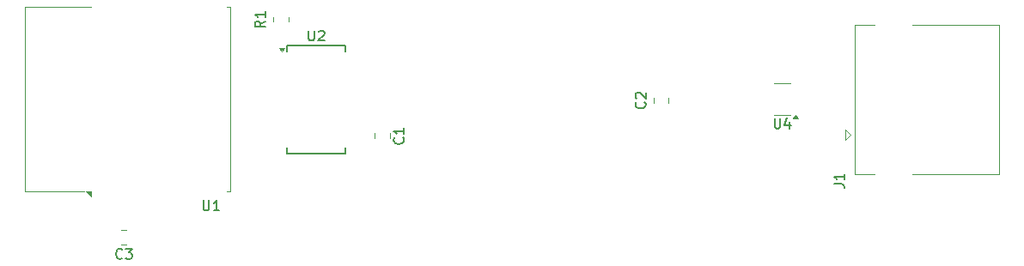
<source format=gto>
%TF.GenerationSoftware,KiCad,Pcbnew,9.0.4*%
%TF.CreationDate,2025-11-02T13:41:35-05:00*%
%TF.ProjectId,C3I_TETRIS,4333495f-5445-4545-9249-532e6b696361,rev?*%
%TF.SameCoordinates,Original*%
%TF.FileFunction,Legend,Top*%
%TF.FilePolarity,Positive*%
%FSLAX46Y46*%
G04 Gerber Fmt 4.6, Leading zero omitted, Abs format (unit mm)*
G04 Created by KiCad (PCBNEW 9.0.4) date 2025-11-02 13:41:35*
%MOMM*%
%LPD*%
G01*
G04 APERTURE LIST*
%ADD10C,0.150000*%
%ADD11C,0.120000*%
G04 APERTURE END LIST*
D10*
X185213095Y-96354819D02*
X185213095Y-97164342D01*
X185213095Y-97164342D02*
X185260714Y-97259580D01*
X185260714Y-97259580D02*
X185308333Y-97307200D01*
X185308333Y-97307200D02*
X185403571Y-97354819D01*
X185403571Y-97354819D02*
X185594047Y-97354819D01*
X185594047Y-97354819D02*
X185689285Y-97307200D01*
X185689285Y-97307200D02*
X185736904Y-97259580D01*
X185736904Y-97259580D02*
X185784523Y-97164342D01*
X185784523Y-97164342D02*
X185784523Y-96354819D01*
X186689285Y-96688152D02*
X186689285Y-97354819D01*
X186451190Y-96307200D02*
X186213095Y-97021485D01*
X186213095Y-97021485D02*
X186832142Y-97021485D01*
X148589580Y-98266666D02*
X148637200Y-98314285D01*
X148637200Y-98314285D02*
X148684819Y-98457142D01*
X148684819Y-98457142D02*
X148684819Y-98552380D01*
X148684819Y-98552380D02*
X148637200Y-98695237D01*
X148637200Y-98695237D02*
X148541961Y-98790475D01*
X148541961Y-98790475D02*
X148446723Y-98838094D01*
X148446723Y-98838094D02*
X148256247Y-98885713D01*
X148256247Y-98885713D02*
X148113390Y-98885713D01*
X148113390Y-98885713D02*
X147922914Y-98838094D01*
X147922914Y-98838094D02*
X147827676Y-98790475D01*
X147827676Y-98790475D02*
X147732438Y-98695237D01*
X147732438Y-98695237D02*
X147684819Y-98552380D01*
X147684819Y-98552380D02*
X147684819Y-98457142D01*
X147684819Y-98457142D02*
X147732438Y-98314285D01*
X147732438Y-98314285D02*
X147780057Y-98266666D01*
X148684819Y-97314285D02*
X148684819Y-97885713D01*
X148684819Y-97599999D02*
X147684819Y-97599999D01*
X147684819Y-97599999D02*
X147827676Y-97695237D01*
X147827676Y-97695237D02*
X147922914Y-97790475D01*
X147922914Y-97790475D02*
X147970533Y-97885713D01*
X139288095Y-87704819D02*
X139288095Y-88514342D01*
X139288095Y-88514342D02*
X139335714Y-88609580D01*
X139335714Y-88609580D02*
X139383333Y-88657200D01*
X139383333Y-88657200D02*
X139478571Y-88704819D01*
X139478571Y-88704819D02*
X139669047Y-88704819D01*
X139669047Y-88704819D02*
X139764285Y-88657200D01*
X139764285Y-88657200D02*
X139811904Y-88609580D01*
X139811904Y-88609580D02*
X139859523Y-88514342D01*
X139859523Y-88514342D02*
X139859523Y-87704819D01*
X140288095Y-87800057D02*
X140335714Y-87752438D01*
X140335714Y-87752438D02*
X140430952Y-87704819D01*
X140430952Y-87704819D02*
X140669047Y-87704819D01*
X140669047Y-87704819D02*
X140764285Y-87752438D01*
X140764285Y-87752438D02*
X140811904Y-87800057D01*
X140811904Y-87800057D02*
X140859523Y-87895295D01*
X140859523Y-87895295D02*
X140859523Y-87990533D01*
X140859523Y-87990533D02*
X140811904Y-88133390D01*
X140811904Y-88133390D02*
X140240476Y-88704819D01*
X140240476Y-88704819D02*
X140859523Y-88704819D01*
X120933333Y-110139580D02*
X120885714Y-110187200D01*
X120885714Y-110187200D02*
X120742857Y-110234819D01*
X120742857Y-110234819D02*
X120647619Y-110234819D01*
X120647619Y-110234819D02*
X120504762Y-110187200D01*
X120504762Y-110187200D02*
X120409524Y-110091961D01*
X120409524Y-110091961D02*
X120361905Y-109996723D01*
X120361905Y-109996723D02*
X120314286Y-109806247D01*
X120314286Y-109806247D02*
X120314286Y-109663390D01*
X120314286Y-109663390D02*
X120361905Y-109472914D01*
X120361905Y-109472914D02*
X120409524Y-109377676D01*
X120409524Y-109377676D02*
X120504762Y-109282438D01*
X120504762Y-109282438D02*
X120647619Y-109234819D01*
X120647619Y-109234819D02*
X120742857Y-109234819D01*
X120742857Y-109234819D02*
X120885714Y-109282438D01*
X120885714Y-109282438D02*
X120933333Y-109330057D01*
X121266667Y-109234819D02*
X121885714Y-109234819D01*
X121885714Y-109234819D02*
X121552381Y-109615771D01*
X121552381Y-109615771D02*
X121695238Y-109615771D01*
X121695238Y-109615771D02*
X121790476Y-109663390D01*
X121790476Y-109663390D02*
X121838095Y-109711009D01*
X121838095Y-109711009D02*
X121885714Y-109806247D01*
X121885714Y-109806247D02*
X121885714Y-110044342D01*
X121885714Y-110044342D02*
X121838095Y-110139580D01*
X121838095Y-110139580D02*
X121790476Y-110187200D01*
X121790476Y-110187200D02*
X121695238Y-110234819D01*
X121695238Y-110234819D02*
X121409524Y-110234819D01*
X121409524Y-110234819D02*
X121314286Y-110187200D01*
X121314286Y-110187200D02*
X121266667Y-110139580D01*
X191067780Y-102833333D02*
X191782065Y-102833333D01*
X191782065Y-102833333D02*
X191924922Y-102880952D01*
X191924922Y-102880952D02*
X192020161Y-102976190D01*
X192020161Y-102976190D02*
X192067780Y-103119047D01*
X192067780Y-103119047D02*
X192067780Y-103214285D01*
X192067780Y-101833333D02*
X192067780Y-102404761D01*
X192067780Y-102119047D02*
X191067780Y-102119047D01*
X191067780Y-102119047D02*
X191210637Y-102214285D01*
X191210637Y-102214285D02*
X191305875Y-102309523D01*
X191305875Y-102309523D02*
X191353494Y-102404761D01*
X172409580Y-94766666D02*
X172457200Y-94814285D01*
X172457200Y-94814285D02*
X172504819Y-94957142D01*
X172504819Y-94957142D02*
X172504819Y-95052380D01*
X172504819Y-95052380D02*
X172457200Y-95195237D01*
X172457200Y-95195237D02*
X172361961Y-95290475D01*
X172361961Y-95290475D02*
X172266723Y-95338094D01*
X172266723Y-95338094D02*
X172076247Y-95385713D01*
X172076247Y-95385713D02*
X171933390Y-95385713D01*
X171933390Y-95385713D02*
X171742914Y-95338094D01*
X171742914Y-95338094D02*
X171647676Y-95290475D01*
X171647676Y-95290475D02*
X171552438Y-95195237D01*
X171552438Y-95195237D02*
X171504819Y-95052380D01*
X171504819Y-95052380D02*
X171504819Y-94957142D01*
X171504819Y-94957142D02*
X171552438Y-94814285D01*
X171552438Y-94814285D02*
X171600057Y-94766666D01*
X171600057Y-94385713D02*
X171552438Y-94338094D01*
X171552438Y-94338094D02*
X171504819Y-94242856D01*
X171504819Y-94242856D02*
X171504819Y-94004761D01*
X171504819Y-94004761D02*
X171552438Y-93909523D01*
X171552438Y-93909523D02*
X171600057Y-93861904D01*
X171600057Y-93861904D02*
X171695295Y-93814285D01*
X171695295Y-93814285D02*
X171790533Y-93814285D01*
X171790533Y-93814285D02*
X171933390Y-93861904D01*
X171933390Y-93861904D02*
X172504819Y-94433332D01*
X172504819Y-94433332D02*
X172504819Y-93814285D01*
X135004819Y-86766666D02*
X134528628Y-87099999D01*
X135004819Y-87338094D02*
X134004819Y-87338094D01*
X134004819Y-87338094D02*
X134004819Y-86957142D01*
X134004819Y-86957142D02*
X134052438Y-86861904D01*
X134052438Y-86861904D02*
X134100057Y-86814285D01*
X134100057Y-86814285D02*
X134195295Y-86766666D01*
X134195295Y-86766666D02*
X134338152Y-86766666D01*
X134338152Y-86766666D02*
X134433390Y-86814285D01*
X134433390Y-86814285D02*
X134481009Y-86861904D01*
X134481009Y-86861904D02*
X134528628Y-86957142D01*
X134528628Y-86957142D02*
X134528628Y-87338094D01*
X135004819Y-85814285D02*
X135004819Y-86385713D01*
X135004819Y-86099999D02*
X134004819Y-86099999D01*
X134004819Y-86099999D02*
X134147676Y-86195237D01*
X134147676Y-86195237D02*
X134242914Y-86290475D01*
X134242914Y-86290475D02*
X134290533Y-86385713D01*
X128918095Y-104454819D02*
X128918095Y-105264342D01*
X128918095Y-105264342D02*
X128965714Y-105359580D01*
X128965714Y-105359580D02*
X129013333Y-105407200D01*
X129013333Y-105407200D02*
X129108571Y-105454819D01*
X129108571Y-105454819D02*
X129299047Y-105454819D01*
X129299047Y-105454819D02*
X129394285Y-105407200D01*
X129394285Y-105407200D02*
X129441904Y-105359580D01*
X129441904Y-105359580D02*
X129489523Y-105264342D01*
X129489523Y-105264342D02*
X129489523Y-104454819D01*
X130489523Y-105454819D02*
X129918095Y-105454819D01*
X130203809Y-105454819D02*
X130203809Y-104454819D01*
X130203809Y-104454819D02*
X130108571Y-104597676D01*
X130108571Y-104597676D02*
X130013333Y-104692914D01*
X130013333Y-104692914D02*
X129918095Y-104740533D01*
D11*
%TO.C,U4*%
X185975000Y-96060000D02*
X186775000Y-96060000D01*
X185975000Y-96060000D02*
X185175000Y-96060000D01*
X185975000Y-92940000D02*
X186775000Y-92940000D01*
X185975000Y-92940000D02*
X185175000Y-92940000D01*
X187515000Y-96340000D02*
X187035000Y-96340000D01*
X187275000Y-96010000D01*
X187515000Y-96340000D01*
G36*
X187515000Y-96340000D02*
G01*
X187035000Y-96340000D01*
X187275000Y-96010000D01*
X187515000Y-96340000D01*
G37*
%TO.C,C1*%
X145815000Y-97838748D02*
X145815000Y-98361252D01*
X147285000Y-97838748D02*
X147285000Y-98361252D01*
D10*
%TO.C,U2*%
X137175000Y-89175000D02*
X137175000Y-89750000D01*
X137175000Y-89175000D02*
X142925000Y-89175000D01*
X137175000Y-99250000D02*
X137175000Y-99825000D01*
X137175000Y-99825000D02*
X142925000Y-99825000D01*
X142925000Y-89175000D02*
X142925000Y-89750000D01*
X142925000Y-99250000D02*
X142925000Y-99825000D01*
D11*
X136675000Y-89750000D02*
X136435000Y-89420000D01*
X136915000Y-89420000D01*
X136675000Y-89750000D01*
G36*
X136675000Y-89750000D02*
G01*
X136435000Y-89420000D01*
X136915000Y-89420000D01*
X136675000Y-89750000D01*
G37*
%TO.C,C3*%
X121361252Y-107365000D02*
X120838748Y-107365000D01*
X121361252Y-108835000D02*
X120838748Y-108835000D01*
%TO.C,J1*%
X192222500Y-97500000D02*
X192222500Y-98500000D01*
X192222500Y-98500000D02*
X192722500Y-98000000D01*
X192722500Y-98000000D02*
X192222500Y-97500000D01*
X193102500Y-101860000D02*
X193102500Y-87140000D01*
X193102500Y-101860000D02*
X195082500Y-101860000D01*
X195082500Y-87140000D02*
X193102500Y-87140000D01*
X198782500Y-87140000D02*
X207322500Y-87140000D01*
X198782500Y-101860000D02*
X207322500Y-101860000D01*
X207322500Y-101860000D02*
X207322500Y-87140000D01*
%TO.C,C2*%
X173315000Y-94338748D02*
X173315000Y-94861252D01*
X174785000Y-94338748D02*
X174785000Y-94861252D01*
%TO.C,R1*%
X135815000Y-86372936D02*
X135815000Y-86827064D01*
X137285000Y-86372936D02*
X137285000Y-86827064D01*
%TO.C,U1*%
X111340000Y-85390000D02*
X117840000Y-85390000D01*
X111340000Y-103610000D02*
X111340000Y-85390000D01*
X111340000Y-103610000D02*
X117150000Y-103610000D01*
X131260000Y-85390000D02*
X131560000Y-85390000D01*
X131260000Y-103610000D02*
X131560000Y-103610000D01*
X131560000Y-103610000D02*
X131560000Y-85390000D01*
X117850000Y-104100000D02*
X117350000Y-103600000D01*
X117850000Y-103600000D01*
X117850000Y-104100000D01*
G36*
X117850000Y-104100000D02*
G01*
X117350000Y-103600000D01*
X117850000Y-103600000D01*
X117850000Y-104100000D01*
G37*
%TD*%
M02*

</source>
